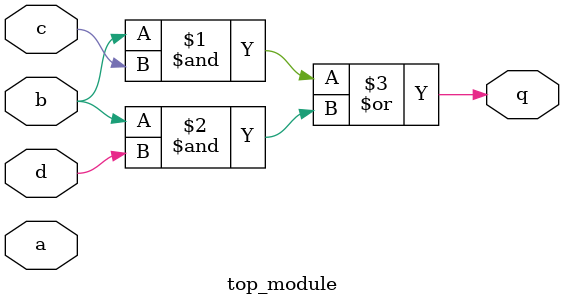
<source format=sv>
module top_module (
    input a, 
    input b, 
    input c, 
    input d,
    output q
);
    assign q = (b & c) | (b & d);
endmodule

</source>
